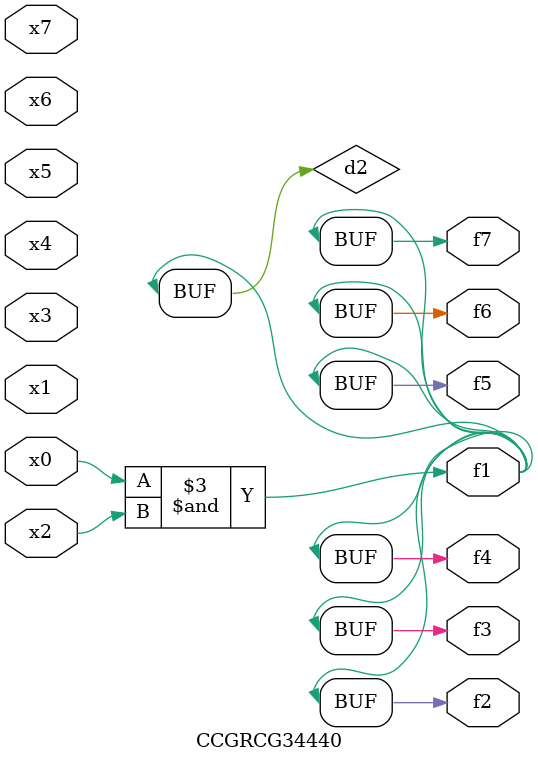
<source format=v>
module CCGRCG34440(
	input x0, x1, x2, x3, x4, x5, x6, x7,
	output f1, f2, f3, f4, f5, f6, f7
);

	wire d1, d2;

	nor (d1, x3, x6);
	and (d2, x0, x2);
	assign f1 = d2;
	assign f2 = d2;
	assign f3 = d2;
	assign f4 = d2;
	assign f5 = d2;
	assign f6 = d2;
	assign f7 = d2;
endmodule

</source>
